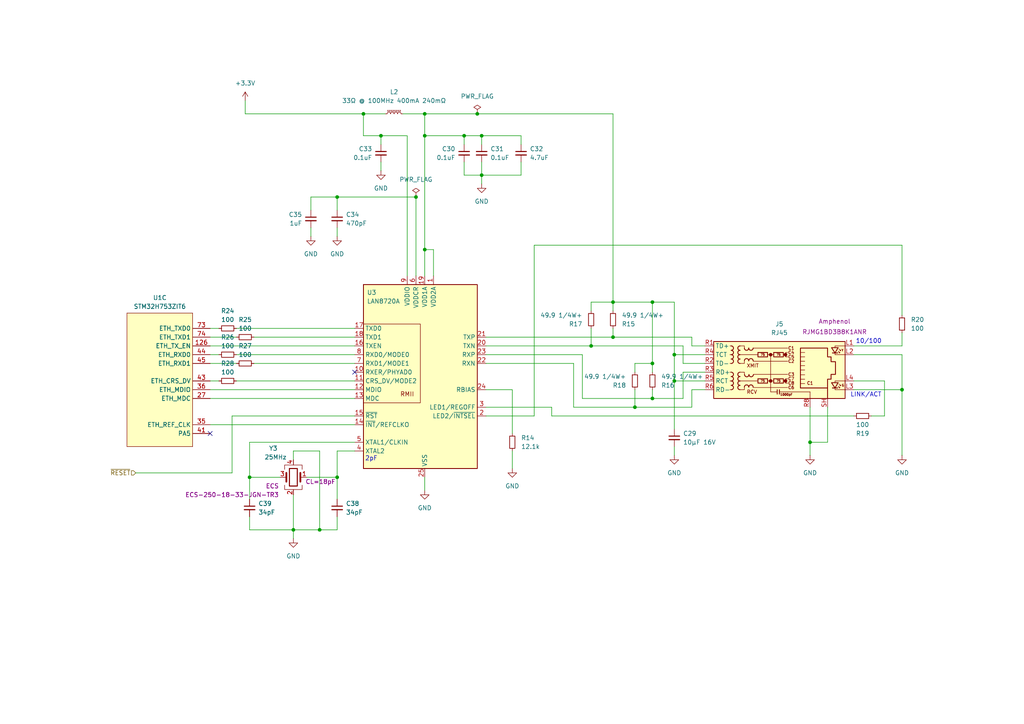
<source format=kicad_sch>
(kicad_sch (version 20231120) (generator "eeschema") (generator_version "8.0")
  (paper "A4")
  (lib_symbols
    (symbol "Connector:RJ45_Amphenol_RJMG1BD3B8K1ANR"
      (property "Reference" "J" (at 18.415 10.16 0))
      (property "Value" "RJ45_Amphenol_RJMG1BD3B8K1ANR" (at -19.05 10.16 0))
      (symbol "RJ45_Amphenol_RJMG1BD3B8K1ANR_0_0"
        (circle (center -1.27 -2.54) (radius 0.0001) (stroke (width 0.508)))
        (circle (center -1.27 5.08) (radius 0.0001) (stroke (width 0.508)))
        (polyline (pts (xy -1.27 5.08) (xy -1.27 -5.715)))
        (polyline (pts (xy 0.635 -5.08) (xy 0.635 -6.35)) (stroke (width 0.254)))
        (polyline (pts (xy 1.27 -5.08) (xy 1.27 -6.35)) (stroke (width 0.254)))
        (polyline (pts (xy 3.048 -2.54) (xy 2.54 -2.54)))
        (polyline (pts (xy 3.048 5.08) (xy 2.54 5.08)))
        (polyline (pts (xy 17.399 -3.048) (xy 17.399 -2.54) (xy 20.32 -2.54)))
        (polyline (pts (xy 17.399 7.112) (xy 17.399 7.62) (xy 20.32 7.62)))
        (polyline (pts (xy 20.32 -5.08) (xy 17.399 -5.08) (xy 17.399 -4.572)))
        (polyline (pts (xy 20.32 5.08) (xy 17.399 5.08) (xy 17.399 5.588)))
        (polyline (pts (xy 3.683 -1.905) (xy 3.048 -1.905) (xy 3.048 -3.175) (xy 3.683 -3.175)))
        (polyline (pts (xy 3.683 5.715) (xy 3.048 5.715) (xy 3.048 4.445) (xy 3.683 4.445)))
        (circle (center 3.048 -2.54) (radius 0.0001) (stroke (width 0.508)))
        (circle (center 3.048 5.08) (radius 0.0001) (stroke (width 0.508)))
        (text "C1" (at 4.699 6.985 0) (effects (font (size 0.889 0.889))))
        (text "C1" (at 10.16 -3.175 0) (effects (font (size 0.889 0.889))))
        (text "C2" (at 4.699 3.175 0) (effects (font (size 0.889 0.889))))
        (text "C3" (at 4.699 -0.635 0) (effects (font (size 0.889 0.889))))
        (text "C4" (at 4.699 5.715 0) (effects (font (size 0.889 0.889))))
        (text "C5" (at 4.699 4.445 0) (effects (font (size 0.889 0.889))))
        (text "C6" (at 4.699 -4.445 0) (effects (font (size 0.889 0.889))))
        (text "C7" (at 4.699 -1.905 0) (effects (font (size 0.889 0.889))))
        (text "C8" (at 4.699 -3.175 0) (effects (font (size 0.889 0.889))))
        (text "RCV" (at -8.255 -5.715 0) (effects (font (size 1.016 1.016)) (justify left)))
        (text "XMIT" (at -8.255 1.905 0) (effects (font (size 1.016 1.016)) (justify left)))
      )
      (symbol "RJ45_Amphenol_RJMG1BD3B8K1ANR_0_1"
        (rectangle (start -17.78 8.89) (end 20.32 -7.62) (stroke (width 0.254)) (fill (type background)))
        (polyline (pts (xy -12.7 -5.08) (xy -13.081 -5.08)))
        (polyline (pts (xy -12.7 -2.54) (xy -13.081 -2.54)))
        (polyline (pts (xy -12.7 0) (xy -13.081 0)))
        (polyline (pts (xy -12.7 2.54) (xy -13.081 2.54)))
        (polyline (pts (xy -12.7 5.08) (xy -13.081 5.08)))
        (polyline (pts (xy -12.7 7.62) (xy -13.081 7.62)))
        (polyline (pts (xy -6.35 -4.445) (xy 3.683 -4.445)))
        (polyline (pts (xy -6.35 3.175) (xy 3.683 3.175)))
        (polyline (pts (xy -6.35 6.985) (xy 3.683 6.985)))
        (polyline (pts (xy -6.223 -0.635) (xy 3.683 -0.635)))
        (polyline (pts (xy -5.08 -2.54) (xy -10.16 -2.54)))
        (polyline (pts (xy -4.953 5.08) (xy -10.16 5.08)))
        (polyline (pts (xy -2.159 -2.54) (xy -0.381 -2.54)))
        (polyline (pts (xy -2.159 5.08) (xy -0.381 5.08)))
        (polyline (pts (xy 0.635 -5.715) (xy -1.27 -5.715)))
        (polyline (pts (xy 7.366 -2.032) (xy 8.636 -2.032)))
        (polyline (pts (xy 7.366 -0.762) (xy 8.636 -0.762)))
        (polyline (pts (xy 7.366 0.635) (xy 8.636 0.635)))
        (polyline (pts (xy 7.366 1.905) (xy 8.636 1.905)))
        (polyline (pts (xy 7.366 3.175) (xy 8.636 3.175)))
        (polyline (pts (xy 8.636 -3.302) (xy 7.366 -3.302)))
        (polyline (pts (xy 8.636 4.445) (xy 7.366 4.445)))
        (polyline (pts (xy 8.636 5.715) (xy 7.366 5.715)))
        (polyline (pts (xy 10.16 -5.715) (xy 1.27 -5.715)))
        (polyline (pts (xy 10.16 -5.715) (xy 10.16 -7.62)))
        (polyline (pts (xy -10.16 0) (xy -8.89 0) (xy -8.89 -0.635)))
        (polyline (pts (xy -10.16 7.62) (xy -8.89 7.62) (xy -8.89 6.985)))
        (polyline (pts (xy -8.89 -4.445) (xy -8.89 -5.08) (xy -10.16 -5.08)))
        (polyline (pts (xy -8.89 3.175) (xy -8.89 2.54) (xy -10.16 2.54)))
      )
      (symbol "RJ45_Amphenol_RJMG1BD3B8K1ANR_1_0"
        (text "1000pF" (at 3.302 -6.477 0) (effects (font (size 0.635 0.635))))
      )
      (symbol "RJ45_Amphenol_RJMG1BD3B8K1ANR_1_1"
        (arc (start -12.7 -1.27) (mid -12.0677 -0.635) (end -12.7 0) (stroke (width 0.254)))
        (arc (start -12.6973 -5.08) (mid -12.065 -4.445) (end -12.6973 -3.81) (stroke (width 0.254)))
        (arc (start -12.6973 -3.81) (mid -12.065 -3.175) (end -12.6973 -2.54) (stroke (width 0.254)))
        (arc (start -12.6973 -2.54) (mid -12.065 -1.905) (end -12.6973 -1.27) (stroke (width 0.254)))
        (arc (start -12.6973 6.35) (mid -12.065 6.985) (end -12.6973 7.62) (stroke (width 0.254)))
        (arc (start -12.6946 2.54) (mid -12.0623 3.175) (end -12.6946 3.81) (stroke (width 0.254)))
        (arc (start -12.6946 3.81) (mid -12.0623 4.445) (end -12.6946 5.08) (stroke (width 0.254)))
        (arc (start -12.6946 5.08) (mid -12.0623 5.715) (end -12.6946 6.35) (stroke (width 0.254)))
        (arc (start -10.1654 -2.54) (mid -10.7977 -3.175) (end -10.1654 -3.81) (stroke (width 0.254)))
        (arc (start -10.1654 -1.27) (mid -10.7977 -1.905) (end -10.1654 -2.54) (stroke (width 0.254)))
        (arc (start -10.1654 0) (mid -10.7977 -0.635) (end -10.1654 -1.27) (stroke (width 0.254)))
        (arc (start -10.1654 5.08) (mid -10.7977 4.445) (end -10.1654 3.81) (stroke (width 0.254)))
        (arc (start -10.1654 6.35) (mid -10.7977 5.715) (end -10.1654 5.08) (stroke (width 0.254)))
        (arc (start -10.1654 7.62) (mid -10.7977 6.985) (end -10.1654 6.35) (stroke (width 0.254)))
        (arc (start -10.1627 -3.81) (mid -10.795 -4.445) (end -10.1627 -5.08) (stroke (width 0.254)))
        (arc (start -10.1627 3.81) (mid -10.795 3.175) (end -10.1627 2.54) (stroke (width 0.254)))
        (arc (start -8.89 6.9823) (mid -8.255 6.35) (end -7.62 6.9823) (stroke (width 0.254)))
        (arc (start -8.8265 -0.7012) (mid -8.1915 -1.3335) (end -7.5565 -0.7012) (stroke (width 0.254)))
        (arc (start -7.62 -4.3153) (mid -8.255 -3.683) (end -8.89 -4.3153) (stroke (width 0.254)))
        (arc (start -7.62 3.3047) (mid -8.255 3.937) (end -8.89 3.3047) (stroke (width 0.254)))
        (arc (start -7.62 6.985) (mid -6.985 6.3527) (end -6.35 6.985) (stroke (width 0.254)))
        (arc (start -7.5565 -0.6985) (mid -6.9215 -1.3308) (end -6.2865 -0.6985) (stroke (width 0.254)))
        (arc (start -6.35 -4.3126) (mid -6.985 -3.6803) (end -7.62 -4.3126) (stroke (width 0.254)))
        (arc (start -6.35 3.3074) (mid -6.985 3.9397) (end -7.62 3.3074) (stroke (width 0.254)))
        (rectangle (start -4.953 -1.905) (end -2.159 -3.175) (stroke (width 0.254)))
        (rectangle (start -4.953 5.715) (end -2.159 4.445) (stroke (width 0.254)))
        (rectangle (start -0.381 -1.905) (end 2.413 -3.175) (stroke (width 0.254)))
        (rectangle (start -0.381 5.715) (end 2.413 4.445) (stroke (width 0.254)))
        (polyline (pts (xy 15.24 -7.62) (xy 15.24 -4.572)) (stroke (width 0.254)))
        (polyline (pts (xy 18.161 -4.572) (xy 16.637 -4.572)) (stroke (width 0.254)))
        (polyline (pts (xy 18.161 5.588) (xy 16.637 5.588)) (stroke (width 0.254)))
        (polyline (pts (xy 18.796 -4.572) (xy 18.796 -4.318)))
        (polyline (pts (xy 18.796 5.588) (xy 18.796 5.842)))
        (polyline (pts (xy 19.05 -3.937) (xy 19.05 -3.683)))
        (polyline (pts (xy 19.05 6.223) (xy 19.05 6.477)))
        (polyline (pts (xy 18.288 -4.064) (xy 18.796 -4.572) (xy 18.542 -4.572)))
        (polyline (pts (xy 18.288 6.096) (xy 18.796 5.588) (xy 18.542 5.588)))
        (polyline (pts (xy 18.542 -3.429) (xy 19.05 -3.937) (xy 18.796 -3.937)))
        (polyline (pts (xy 18.542 6.731) (xy 19.05 6.223) (xy 18.796 6.223)))
        (polyline (pts (xy 18.288 -3.048) (xy 16.383 -3.048) (xy 17.399 -4.572) (xy 18.288 -3.048)) (stroke (width 0.254)))
        (polyline (pts (xy 18.288 7.112) (xy 16.383 7.112) (xy 17.399 5.588) (xy 18.288 7.112)) (stroke (width 0.254)))
        (polyline (pts (xy 7.366 -4.572) (xy 7.366 6.985) (xy 15.24 6.985) (xy 15.24 4.445) (xy 16.256 4.445) (xy 16.256 3.048) (xy 17.526 3.048) (xy 17.526 -0.635) (xy 16.256 -0.635) (xy 16.256 -2.032) (xy 15.24 -2.032) (xy 15.24 -4.572) (xy 7.366 -4.572)) (stroke (width 0.254)))
        (text "75" (at -3.556 -2.54 0) (effects (font (size 0.635 0.635))))
        (text "75" (at -3.556 5.08 0) (effects (font (size 0.635 0.635))))
        (text "75" (at 1.016 -2.54 0) (effects (font (size 0.635 0.635))))
        (text "75" (at 1.016 5.08 0) (effects (font (size 0.635 0.635))))
        (text "G" (at 19.685 -3.81 0) (effects (font (size 0.635 0.635))))
        (text "Y" (at 19.558 6.35 0) (effects (font (size 0.635 0.635))))
        (pin passive line (at 22.86 7.62 180) (length 2.54) (name "") (number "L1"))
        (pin passive line (at 22.86 5.08 180) (length 2.54) (name "") (number "L2"))
        (pin passive line (at 22.86 -5.08 180) (length 2.54) (name "") (number "L3"))
        (pin passive line (at 22.86 -2.54 180) (length 2.54) (name "") (number "L4"))
        (pin passive line (at -20.32 7.62 0) (length 2.54) (name "TD+") (number "R1"))
        (pin passive line (at -20.32 2.54 0) (length 2.54) (name "TD-") (number "R2"))
        (pin passive line (at -20.32 0 0) (length 2.54) (name "RD+") (number "R3"))
        (pin passive line (at -20.32 5.08 0) (length 2.54) (name "TCT") (number "R4"))
        (pin passive line (at -20.32 -2.54 0) (length 2.54) (name "RCT") (number "R5"))
        (pin passive line (at -20.32 -5.08 0) (length 2.54) (name "RD-") (number "R6"))
        (pin no_connect line (at 20.32 0 0) (length 0) hide (name "NC") (number "R7"))
        (pin power_in line (at 10.16 -10.16 90) (length 2.54) (name "") (number "R8"))
        (pin passive line (at 15.24 -10.16 90) (length 2.54) (name "") (number "SH"))
      )
    )
    (symbol "Device:C_Small" (pin_numbers hide) (pin_names (offset 0.254) hide)
      (property "Reference" "C" (at 0.254 1.778 0))
      (property "Value" "C_Small" (at 0.254 -2.032 0))
      (symbol "C_Small_0_1"
        (polyline (pts (xy -1.524 -0.508) (xy 1.524 -0.508)) (stroke (width 0.3302)))
        (polyline (pts (xy -1.524 0.508) (xy 1.524 0.508)) (stroke (width 0.3048)))
      )
      (symbol "C_Small_1_1"
        (pin passive line (at 0 2.54 270) (length 2.032) (name "~") (number "1"))
        (pin passive line (at 0 -2.54 90) (length 2.032) (name "~") (number "2"))
      )
    )
    (symbol "Device:Crystal_GND24" (pin_names (offset 1.016) hide)
      (property "Reference" "Y" (at 3.175 5.08 0))
      (property "Value" "Crystal_GND24" (at 3.175 3.175 0))
      (symbol "Crystal_GND24_0_1"
        (rectangle (start -1.143 2.54) (end 1.143 -2.54) (stroke (width 0.3048)))
        (polyline (pts (xy -2.54 0) (xy -2.032 0)))
        (polyline (pts (xy -2.032 -1.27) (xy -2.032 1.27)) (stroke (width 0.508)))
        (polyline (pts (xy 0 -3.81) (xy 0 -3.556)))
        (polyline (pts (xy 0 3.556) (xy 0 3.81)))
        (polyline (pts (xy 2.032 -1.27) (xy 2.032 1.27)) (stroke (width 0.508)))
        (polyline (pts (xy 2.032 0) (xy 2.54 0)))
        (polyline (pts (xy -2.54 -2.286) (xy -2.54 -3.556) (xy 2.54 -3.556) (xy 2.54 -2.286)))
        (polyline (pts (xy -2.54 2.286) (xy -2.54 3.556) (xy 2.54 3.556) (xy 2.54 2.286)))
      )
      (symbol "Crystal_GND24_1_1"
        (pin passive line (at -3.81 0 0) (length 1.27) (name "1") (number "1"))
        (pin passive line (at 0 5.08 270) (length 1.27) (name "2") (number "2"))
        (pin passive line (at 3.81 0 180) (length 1.27) (name "3") (number "3"))
        (pin passive line (at 0 -5.08 90) (length 1.27) (name "4") (number "4"))
      )
    )
    (symbol "Device:R_Small" (pin_numbers hide) (pin_names (offset 0.254) hide)
      (property "Reference" "R" (at 0.762 0.508 0))
      (property "Value" "R_Small" (at 0.762 -1.016 0))
      (symbol "R_Small_0_1"
        (rectangle (start -0.762 1.778) (end 0.762 -1.778) (stroke (width 0.2032)))
      )
      (symbol "R_Small_1_1"
        (pin passive line (at 0 2.54 270) (length 0.762) (name "~") (number "1"))
        (pin passive line (at 0 -2.54 90) (length 0.762) (name "~") (number "2"))
      )
    )
    (symbol "Interface_Ethernet:LAN8720A"
      (property "Reference" "U" (at -13.97 29.21 0))
      (property "Value" "LAN8720A" (at 15.24 29.21 0))
      (symbol "LAN8720A_0_0"
        (text "RMII" (at -5.08 -3.81 0) (effects (font (size 1.27 1.27))))
      )
      (symbol "LAN8720A_0_1"
        (rectangle (start -17.78 27.94) (end 15.24 -25.4) (stroke (width 0.254)) (fill (type background)))
        (polyline (pts (xy -17.78 -6.35) (xy -1.27 -6.35) (xy -1.27 16.51) (xy -17.78 16.51)))
      )
      (symbol "LAN8720A_1_1"
        (pin power_in line (at 2.54 30.48 270) (length 2.54) (name "VDD2A") (number "1"))
        (pin output line (at -20.32 2.54 0) (length 2.54) (name "RXER/PHYAD0") (number "10"))
        (pin bidirectional line (at -20.32 0 0) (length 2.54) (name "CRS_DV/MODE2") (number "11"))
        (pin bidirectional line (at -20.32 -2.54 0) (length 2.54) (name "MDIO") (number "12"))
        (pin input line (at -20.32 -5.08 0) (length 2.54) (name "MDC") (number "13"))
        (pin output line (at -20.32 -12.7 0) (length 2.54) (name "~{INT}/REFCLKO") (number "14"))
        (pin input line (at -20.32 -10.16 0) (length 2.54) (name "~{RST}") (number "15"))
        (pin input line (at -20.32 10.16 0) (length 2.54) (name "TXEN") (number "16"))
        (pin input line (at -20.32 15.24 0) (length 2.54) (name "TXD0") (number "17"))
        (pin input line (at -20.32 12.7 0) (length 2.54) (name "TXD1") (number "18"))
        (pin power_in line (at 0 30.48 270) (length 2.54) (name "VDD1A") (number "19"))
        (pin bidirectional line (at 17.78 -10.16 180) (length 2.54) (name "LED2/~{INTSEL}") (number "2"))
        (pin bidirectional line (at 17.78 10.16 180) (length 2.54) (name "TXN") (number "20"))
        (pin bidirectional line (at 17.78 12.7 180) (length 2.54) (name "TXP") (number "21"))
        (pin bidirectional line (at 17.78 5.08 180) (length 2.54) (name "RXN") (number "22"))
        (pin bidirectional line (at 17.78 7.62 180) (length 2.54) (name "RXP") (number "23"))
        (pin passive line (at 17.78 -2.54 180) (length 2.54) (name "RBIAS") (number "24"))
        (pin power_in line (at 0 -27.94 90) (length 2.54) (name "VSS") (number "25"))
        (pin bidirectional line (at 17.78 -7.62 180) (length 2.54) (name "LED1/REGOFF") (number "3"))
        (pin output line (at -20.32 -20.32 0) (length 2.54) (name "XTAL2") (number "4"))
        (pin input line (at -20.32 -17.78 0) (length 2.54) (name "XTAL1/CLKIN") (number "5"))
        (pin power_in line (at -2.54 30.48 270) (length 2.54) (name "VDDCR") (number "6"))
        (pin bidirectional line (at -20.32 5.08 0) (length 2.54) (name "RXD1/MODE1") (number "7"))
        (pin bidirectional line (at -20.32 7.62 0) (length 2.54) (name "RXD0/MODE0") (number "8"))
        (pin power_in line (at -5.08 30.48 270) (length 2.54) (name "VDDIO") (number "9"))
      )
    )
    (symbol "Part-DB:MMZ1005D330CTD25" (pin_numbers hide) (pin_names (offset 0.254) hide) (exclude_from_sim yes)
      (property "Reference" "L" (at 1.27 1.016 0))
      (property "Value" "33Ω @ 100MHz 400mA 240mΩ" (at 1.27 -1.27 0))
      (symbol "MMZ1005D330CTD25_0_1"
        (arc (start 0 -2.032) (mid 0.5058 -1.524) (end 0 -1.016))
        (arc (start 0 -1.016) (mid 0.5058 -0.508) (end 0 0))
        (polyline (pts (xy 0.762 -1.905) (xy 0.762 -1.651)))
        (polyline (pts (xy 0.762 -1.397) (xy 0.762 -1.143)))
        (polyline (pts (xy 0.762 -0.889) (xy 0.762 -0.635)))
        (polyline (pts (xy 0.762 -0.381) (xy 0.762 -0.127)))
        (polyline (pts (xy 0.762 0.127) (xy 0.762 0.381)))
        (polyline (pts (xy 0.762 0.635) (xy 0.762 0.889)))
        (polyline (pts (xy 0.762 1.143) (xy 0.762 1.397)))
        (polyline (pts (xy 0.762 1.651) (xy 0.762 1.905)))
        (polyline (pts (xy 1.016 -1.651) (xy 1.016 -1.905)))
        (polyline (pts (xy 1.016 -1.143) (xy 1.016 -1.397)))
        (polyline (pts (xy 1.016 -0.635) (xy 1.016 -0.889)))
        (polyline (pts (xy 1.016 -0.127) (xy 1.016 -0.381)))
        (polyline (pts (xy 1.016 0.381) (xy 1.016 0.127)))
        (polyline (pts (xy 1.016 0.889) (xy 1.016 0.635)))
        (polyline (pts (xy 1.016 1.397) (xy 1.016 1.143)))
        (polyline (pts (xy 1.016 1.905) (xy 1.016 1.651)))
        (arc (start 0 0) (mid 0.5058 0.508) (end 0 1.016))
        (arc (start 0 1.016) (mid 0.5058 1.524) (end 0 2.032))
      )
      (symbol "MMZ1005D330CTD25_1_1"
        (pin passive line (at 0 2.54 270) (length 0.508) (name "~") (number "1"))
        (pin passive line (at 0 -2.54 90) (length 0.508) (name "~") (number "2"))
      )
    )
    (symbol "power:+3.3V" (power) (pin_numbers hide) (pin_names (offset 0) hide)
      (property "Value" "+3.3V" (at 0 3.556 0))
      (symbol "+3.3V_0_1"
        (polyline (pts (xy -0.762 1.27) (xy 0 2.54)))
        (polyline (pts (xy 0 0) (xy 0 2.54)))
        (polyline (pts (xy 0 2.54) (xy 0.762 1.27)))
      )
      (symbol "+3.3V_1_1"
        (pin power_in line (at 0 0 90) (length 0) (name "~") (number "1"))
      )
    )
    (symbol "power:GND" (power) (pin_numbers hide) (pin_names (offset 0) hide)
      (property "Value" "GND" (at 0 -3.81 0))
      (symbol "GND_0_1"
        (polyline (pts (xy 0 0) (xy 0 -1.27) (xy 1.27 -1.27) (xy 0 -2.54) (xy -1.27 -1.27) (xy 0 -1.27)))
      )
      (symbol "GND_1_1"
        (pin power_in line (at 0 0 270) (length 0) (name "~") (number "1"))
      )
    )
    (symbol "power:PWR_FLAG" (power) (pin_numbers hide) (pin_names (offset 0) hide)
      (property "Value" "PWR_FLAG" (at 0 3.81 0))
      (symbol "PWR_FLAG_0_0"
        (pin power_out line (at 0 0 90) (length 0) (name "~") (number "1"))
      )
      (symbol "PWR_FLAG_0_1"
        (polyline (pts (xy 0 0) (xy 0 1.27) (xy -1.016 1.905) (xy 0 2.54) (xy 1.016 1.905) (xy 0 1.27)))
      )
    )
    (symbol "stm32h753:STM32H753ZITx" (exclude_from_sim yes)
      (property "Reference" "U1" (at -7.366 22.86 0))
      (property "Value" "STM32H753ZIT6" (at -7.366 20.32 0))
      (symbol "STM32H753ZITx_1_1"
        (rectangle (start -20.32 46.99) (end 21.59 -15.24) (fill (type background)))
        (pin power_out line (at 26.67 29.21 180) (length 5.08) (name "VCAP") (number "106"))
        (pin power_in line (at -3.81 -20.32 90) (length 5.08) (name "VSS") (number "107"))
        (pin power_in line (at 3.81 52.07 270) (length 5.08) (name "VDD") (number "108"))
        (pin power_in line (at -6.35 -20.32 90) (length 5.08) (name "VSS") (number "120"))
        (pin power_in line (at 6.35 52.07 270) (length 5.08) (name "VDD") (number "121"))
        (pin power_in line (at 8.89 -20.32 90) (length 5.08) (name "VSS") (number "130"))
        (pin power_in line (at 8.89 52.07 270) (length 5.08) (name "VDD") (number "131"))
        (pin input line (at -11.43 -20.32 90) (length 5.08) (name "BOOT0") (number "138"))
        (pin input line (at -25.4 -2.54 0) (length 5.08) (name "PDR_ON") (number "143"))
        (pin power_in line (at 11.43 52.07 270) (length 5.08) (name "VDD") (number "144"))
        (pin power_in line (at 3.81 -20.32 90) (length 5.08) (name "VSS") (number "16"))
        (pin power_in line (at -13.97 52.07 270) (length 5.08) (name "VDD") (number "17"))
        (pin bidirectional line (at -25.4 33.02 0) (length 5.08) (name "PH0") (number "23"))
        (pin bidirectional line (at -25.4 30.48 0) (length 5.08) (name "PH1") (number "24"))
        (pin input line (at -25.4 -10.16 0) (length 5.08) (name "NRST") (number "25"))
        (pin power_in line (at -11.43 52.07 270) (length 5.08) (name "VDD") (number "30"))
        (pin power_in line (at 6.35 -20.32 90) (length 5.08) (name "VSSA") (number "31"))
        (pin input line (at 26.67 39.37 180) (length 5.08) (name "VREF+") (number "32"))
        (pin power_in line (at 16.51 52.07 270) (length 5.08) (name "VDDA") (number "33"))
        (pin power_in line (at 11.43 -20.32 90) (length 5.08) (name "VSS") (number "38"))
        (pin power_in line (at -8.89 52.07 270) (length 5.08) (name "VDD") (number "39"))
        (pin power_in line (at 13.97 -20.32 90) (length 5.08) (name "VSS") (number "51"))
        (pin power_in line (at -6.35 52.07 270) (length 5.08) (name "VDD") (number "52"))
        (pin power_in line (at -16.51 52.07 270) (length 5.08) (name "VBAT") (number "6"))
        (pin power_in line (at 16.51 -20.32 90) (length 5.08) (name "VSS") (number "61"))
        (pin power_in line (at -3.81 52.07 270) (length 5.08) (name "VDD") (number "62"))
        (pin power_out line (at 26.67 26.67 180) (length 5.08) (name "VCAP") (number "71"))
        (pin power_in line (at -1.27 52.07 270) (length 5.08) (name "VDD") (number "72"))
        (pin input line (at 26.67 10.16 180) (length 5.08) (name "RCC_OSC32_IN") (number "8"))
        (pin power_in line (at 1.27 -20.32 90) (length 5.08) (name "VSS") (number "83"))
        (pin power_in line (at 1.27 52.07 270) (length 5.08) (name "VDD") (number "84"))
        (pin output line (at 26.67 12.7 180) (length 5.08) (name "RCC_OSC32_OUT") (number "9"))
        (pin power_in line (at -1.27 -20.32 90) (length 5.08) (name "VSS") (number "94"))
        (pin power_out line (at 13.97 52.07 270) (length 5.08) (name "VDD33_USB") (number "95"))
      )
      (symbol "STM32H753ZITx_2_1"
        (rectangle (start -13.97 76.2) (end 21.59 -56.515) (fill (type background)))
        (pin output line (at 26.67 3.81 180) (length 5.08) (name "FMC_A0") (number "10"))
        (pin output line (at 26.67 6.35 180) (length 5.08) (name "FMC_A1") (number "11"))
        (pin bidirectional line (at 26.67 -41.91 180) (length 5.08) (name "FMC_D2") (number "114"))
        (pin bidirectional line (at 26.67 -39.37 180) (length 5.08) (name "FMC_D3") (number "115"))
        (pin output line (at 26.67 62.23 180) (length 5.08) (name "FMC_NOE") (number "118"))
        (pin output line (at 26.67 64.77 180) (length 5.08) (name "FMC_NWE") (number "119"))
        (pin output line (at 26.67 8.89 180) (length 5.08) (name "FMC_A2") (number "12"))
        (pin output line (at 26.67 11.43 180) (length 5.08) (name "FMC_A3") (number "13"))
        (pin output line (at 26.67 13.97 180) (length 5.08) (name "FMC_A4") (number "14"))
        (pin output line (at 26.67 -1.27 180) (length 5.08) (name "FMC_NBL0") (number "141"))
        (pin output line (at 26.67 -3.81 180) (length 5.08) (name "FMC_NBL1") (number "142"))
        (pin output line (at 26.67 16.51 180) (length 5.08) (name "FMC_A5") (number "15"))
        (pin output line (at 26.67 52.07 180) (length 5.08) (name "FMC_A19") (number "2"))
        (pin output line (at 26.67 54.61 180) (length 5.08) (name "FMC_A20") (number "3"))
        (pin output line (at 26.67 57.15 180) (length 5.08) (name "FMC_A21") (number "4"))
        (pin output line (at 26.67 19.05 180) (length 5.08) (name "FMC_A6") (number "50"))
        (pin output line (at 26.67 21.59 180) (length 5.08) (name "FMC_A7") (number "53"))
        (pin output line (at 26.67 24.13 180) (length 5.08) (name "FMC_A8") (number "54"))
        (pin output line (at 26.67 26.67 180) (length 5.08) (name "FMC_A9") (number "55"))
        (pin output line (at 26.67 29.21 180) (length 5.08) (name "FMC_A10") (number "56"))
        (pin output line (at 26.67 31.75 180) (length 5.08) (name "FMC_A11") (number "57"))
        (pin bidirectional line (at 26.67 -36.83 180) (length 5.08) (name "FMC_D4") (number "58"))
        (pin bidirectional line (at 26.67 -34.29 180) (length 5.08) (name "FMC_D5") (number "59"))
        (pin bidirectional line (at 26.67 -31.75 180) (length 5.08) (name "FMC_D6") (number "60"))
        (pin bidirectional line (at 26.67 -29.21 180) (length 5.08) (name "FMC_D7") (number "63"))
        (pin bidirectional line (at 26.67 -26.67 180) (length 5.08) (name "FMC_D8") (number "64"))
        (pin bidirectional line (at 26.67 -24.13 180) (length 5.08) (name "FMC_D9") (number "65"))
        (pin bidirectional line (at 26.67 -21.59 180) (length 5.08) (name "FMC_D10") (number "66"))
        (pin bidirectional line (at 26.67 -19.05 180) (length 5.08) (name "FMC_D11") (number "67"))
        (pin bidirectional line (at 26.67 -16.51 180) (length 5.08) (name "FMC_D12") (number "68"))
        (pin bidirectional line (at 26.67 -13.97 180) (length 5.08) (name "FMC_D13") (number "77"))
        (pin bidirectional line (at 26.67 -11.43 180) (length 5.08) (name "FMC_D14") (number "78"))
        (pin bidirectional line (at 26.67 -8.89 180) (length 5.08) (name "FMC_D15") (number "79"))
        (pin output line (at 26.67 44.45 180) (length 5.08) (name "FMC_A16") (number "80"))
        (pin output line (at 26.67 46.99 180) (length 5.08) (name "FMC_A17") (number "81"))
        (pin output line (at 26.67 49.53 180) (length 5.08) (name "FMC_A18") (number "82"))
        (pin bidirectional line (at 26.67 -46.99 180) (length 5.08) (name "FMC_D0") (number "85"))
        (pin bidirectional line (at 26.67 -44.45 180) (length 5.08) (name "FMC_D1") (number "86"))
        (pin output line (at 26.67 34.29 180) (length 5.08) (name "FMC_A12") (number "87"))
        (pin output line (at 26.67 36.83 180) (length 5.08) (name "FMC_A13") (number "88"))
        (pin output line (at 26.67 39.37 180) (length 5.08) (name "FMC_A14") (number "89"))
        (pin output line (at 26.67 41.91 180) (length 5.08) (name "FMC_A15") (number "90"))
        (pin output line (at 26.67 67.31 180) (length 5.08) (name "FMC_NE1") (number "97"))
      )
      (symbol "STM32H753ZITx_3_1"
        (rectangle (start -10.16 17.145) (end 8.89 -21.59) (fill (type background)))
        (pin bidirectional line (at 13.97 7.62 180) (length 5.08) (name "ETH_TX_EN") (number "126"))
        (pin bidirectional line (at 13.97 -7.62 180) (length 5.08) (name "ETH_MDC") (number "27"))
        (pin input line (at 13.97 -15.24 180) (length 5.08) (name "ETH_REF_CLK") (number "35"))
        (pin bidirectional line (at 13.97 -5.08 180) (length 5.08) (name "ETH_MDIO") (number "36"))
        (pin input line (at 13.97 -17.78 180) (length 5.08) (name "PA5") (number "41"))
        (pin input line (at 13.97 -2.54 180) (length 5.08) (name "ETH_CRS_DV") (number "43"))
        (pin input line (at 13.97 5.08 180) (length 5.08) (name "ETH_RXD0") (number "44"))
        (pin input line (at 13.97 2.54 180) (length 5.08) (name "ETH_RXD1") (number "45"))
        (pin output line (at 13.97 12.7 180) (length 5.08) (name "ETH_TXD0") (number "73"))
        (pin output line (at 13.97 10.16 180) (length 5.08) (name "ETH_TXD1") (number "74"))
      )
      (symbol "STM32H753ZITx_4_1"
        (rectangle (start -12.065 31.115) (end 11.43 -5.715) (fill (type background)))
        (pin input line (at 16.51 7.62 180) (length 5.08) (name "USB_OTG_FS_VBUS") (number "101"))
        (pin bidirectional line (at 16.51 12.7 180) (length 5.08) (name "USB_OTG_FS_DM") (number "103"))
        (pin bidirectional line (at 16.51 10.16 180) (length 5.08) (name "USB_OTG_FS_DP") (number "104"))
      )
      (symbol "STM32H753ZITx_5_1"
        (rectangle (start -11.43 30.48) (end 11.43 0.635) (fill (type background)))
        (pin bidirectional line (at 16.51 15.24 180) (length 5.08) (name "DEBUG_JTMS-SWDIO") (number "105"))
        (pin bidirectional line (at 16.51 12.7 180) (length 5.08) (name "DEBUG_JTCK-SWCLK") (number "109"))
      )
      (symbol "STM32H753ZITx_6_1"
        (rectangle (start -4.445 15.24) (end 15.24 -24.765) (fill (type background)))
        (pin input line (at 20.32 -13.97 180) (length 5.08) (name "PA15") (number "110"))
        (pin bidirectional line (at 20.32 8.89 180) (length 5.08) (name "SDMMC1_D2") (number "111"))
        (pin bidirectional line (at 20.32 6.35 180) (length 5.08) (name "SDMMC1_D3") (number "112"))
        (pin bidirectional line (at 20.32 -1.27 180) (length 5.08) (name "SDMMC1_CK") (number "113"))
        (pin output line (at 20.32 3.81 180) (length 5.08) (name "SDMMC1_CMD") (number "116"))
        (pin output line (at 20.32 -19.05 180) (length 5.08) (name "PD3") (number "117"))
        (pin bidirectional line (at 20.32 -6.35 180) (length 5.08) (name "SDMMC1_D0") (number "98"))
        (pin bidirectional line (at 20.32 -8.89 180) (length 5.08) (name "SDMMC1_D1") (number "99"))
      )
      (symbol "STM32H753ZITx_7_1"
        (rectangle (start -10.795 20.32) (end 11.43 -17.145) (fill (type background)))
        (pin input line (at 16.51 -8.89 180) (length 5.08) (name "UART5_RX") (number "135"))
        (pin output line (at 16.51 -11.43 180) (length 5.08) (name "UART5_TX") (number "136"))
        (pin input line (at 16.51 13.97 180) (length 5.08) (name "UART7_RX") (number "18"))
        (pin output line (at 16.51 11.43 180) (length 5.08) (name "UART7_TX") (number "19"))
        (pin output line (at 16.51 6.35 180) (length 5.08) (name "UART7_RTS") (number "20"))
        (pin input line (at 16.51 8.89 180) (length 5.08) (name "UART7_CTS") (number "21"))
      )
      (symbol "STM32H753ZITx_8_1"
        (rectangle (start -15.24 76.2) (end 12.7 -57.15) (fill (type background)))
        (pin no_connect line (at -20.32 7.62 0) (length 5.08) (name "PE2") (number "1"))
        (pin no_connect line (at 17.78 49.53 180) (length 5.08) (name "PA8") (number "100"))
        (pin no_connect line (at 17.78 44.45 180) (length 5.08) (name "PA10") (number "102"))
        (pin no_connect line (at 17.78 -45.72 180) (length 5.08) (name "PD6") (number "122"))
        (pin no_connect line (at 17.78 -48.26 180) (length 5.08) (name "PD7") (number "123"))
        (pin no_connect line (at -20.32 30.48 0) (length 5.08) (name "PG9") (number "124"))
        (pin no_connect line (at -20.32 27.94 0) (length 5.08) (name "PG10") (number "125"))
        (pin no_connect line (at -20.32 22.86 0) (length 5.08) (name "PG12") (number "127"))
        (pin no_connect line (at -20.32 20.32 0) (length 5.08) (name "PG13") (number "128"))
        (pin no_connect line (at -20.32 17.78 0) (length 5.08) (name "PG14") (number "129"))
        (pin no_connect line (at -20.32 15.24 0) (length 5.08) (name "PG15") (number "132"))
        (pin no_connect line (at 17.78 25.4 180) (length 5.08) (name "PB3") (number "133"))
        (pin no_connect line (at 17.78 22.86 180) (length 5.08) (name "PB4") (number "134"))
        (pin no_connect line (at 17.78 15.24 180) (length 5.08) (name "PB7") (number "137"))
        (pin no_connect line (at 17.78 12.7 180) (length 5.08) (name "PB8") (number "139"))
        (pin no_connect line (at 17.78 10.16 180) (length 5.08) (name "PB9") (number "140"))
        (pin no_connect line (at -20.32 -15.24 0) (length 5.08) (name "PF10") (number "22"))
        (pin no_connect line (at 17.78 -10.16 180) (length 5.08) (name "PC0") (number "26"))
        (pin no_connect line (at 17.78 -15.24 180) (length 5.08) (name "PC2_C") (number "28"))
        (pin no_connect line (at 17.78 -17.78 180) (length 5.08) (name "PC3_C") (number "29"))
        (pin no_connect line (at 17.78 69.85 180) (length 5.08) (name "PA0") (number "34"))
        (pin no_connect line (at 17.78 62.23 180) (length 5.08) (name "PA3") (number "37"))
        (pin no_connect line (at 17.78 59.69 180) (length 5.08) (name "PA4") (number "40"))
        (pin no_connect line (at 17.78 54.61 180) (length 5.08) (name "PA6") (number "42"))
        (pin no_connect line (at 17.78 33.02 180) (length 5.08) (name "PB0") (number "46"))
        (pin no_connect line (at 17.78 30.48 180) (length 5.08) (name "PB1") (number "47"))
        (pin no_connect line (at 17.78 27.94 180) (length 5.08) (name "PB2") (number "48"))
        (pin no_connect line (at -20.32 -17.78 0) (length 5.08) (name "PF11") (number "49"))
        (pin no_connect line (at -20.32 -2.54 0) (length 5.08) (name "PE6") (number "5"))
        (pin no_connect line (at 17.78 7.62 180) (length 5.08) (name "PB10") (number "69"))
        (pin no_connect line (at 17.78 -33.02 180) (length 5.08) (name "PC13") (number "7"))
        (pin no_connect line (at 17.78 5.08 180) (length 5.08) (name "PB11") (number "70"))
        (pin no_connect line (at 17.78 -2.54 180) (length 5.08) (name "PB14") (number "75"))
        (pin no_connect line (at 17.78 -5.08 180) (length 5.08) (name "PB15") (number "76"))
        (pin no_connect line (at -20.32 38.1 0) (length 5.08) (name "PG6") (number "91"))
        (pin no_connect line (at -20.32 35.56 0) (length 5.08) (name "PG7") (number "92"))
        (pin no_connect line (at -20.32 33.02 0) (length 5.08) (name "PG8") (number "93"))
        (pin no_connect line (at 17.78 -25.4 180) (length 5.08) (name "PC6") (number "96"))
      )
    )
  )
  (junction (at 72.39 138.43))
  (junction (at 195.58 110.49))
  (junction (at 105.41 33.02))
  (junction (at 171.45 100.33))
  (junction (at 134.62 39.37))
  (junction (at 139.7 50.8))
  (junction (at 189.23 87.63))
  (junction (at 261.62 113.03))
  (junction (at 139.7 39.37))
  (junction (at 120.65 57.15))
  (junction (at 189.23 105.41))
  (junction (at 97.79 138.43))
  (junction (at 138.43 33.02))
  (junction (at 177.8 87.63))
  (junction (at 123.19 33.02))
  (junction (at 110.49 39.37))
  (junction (at 123.19 39.37))
  (junction (at 123.19 72.39))
  (junction (at 189.23 115.57))
  (junction (at 85.09 153.67))
  (junction (at 92.71 153.67))
  (junction (at 195.58 102.87))
  (junction (at 177.8 97.79))
  (junction (at 97.79 57.15))
  (junction (at 184.15 118.11))
  (junction (at 234.95 128.27))
  (no_connect (at 60.96 125.73))
  (no_connect (at 102.87 107.95))
  (wire (pts (xy 140.97 102.87) (xy 168.91 102.87)))
  (wire (pts (xy 261.62 71.12) (xy 154.94 71.12)))
  (wire (pts (xy 140.97 97.79) (xy 177.8 97.79)))
  (wire (pts (xy 195.58 110.49) (xy 195.58 124.46)))
  (wire (pts (xy 148.59 125.73) (xy 148.59 113.03)))
  (wire (pts (xy 240.03 128.27) (xy 234.95 128.27)))
  (wire (pts (xy 177.8 90.17) (xy 177.8 87.63)))
  (wire (pts (xy 72.39 153.67) (xy 85.09 153.67)))
  (wire (pts (xy 189.23 105.41) (xy 184.15 105.41)))
  (wire (pts (xy 138.43 33.02) (xy 123.19 33.02)))
  (wire (pts (xy 134.62 50.8) (xy 134.62 46.99)))
  (wire (pts (xy 105.41 33.02) (xy 105.41 39.37)))
  (wire (pts (xy 198.12 105.41) (xy 204.47 105.41)))
  (wire (pts (xy 154.94 120.65) (xy 140.97 120.65)))
  (wire (pts (xy 97.79 66.04) (xy 97.79 68.58)))
  (wire (pts (xy 234.95 128.27) (xy 234.95 132.08)))
  (wire (pts (xy 139.7 50.8) (xy 134.62 50.8)))
  (wire (pts (xy 134.62 39.37) (xy 134.62 41.91)))
  (wire (pts (xy 177.8 95.25) (xy 177.8 97.79)))
  (wire (pts (xy 88.9 138.43) (xy 97.79 138.43)))
  (wire (pts (xy 140.97 105.41) (xy 166.37 105.41)))
  (wire (pts (xy 198.12 115.57) (xy 198.12 107.95)))
  (wire (pts (xy 123.19 39.37) (xy 123.19 72.39)))
  (wire (pts (xy 123.19 33.02) (xy 123.19 39.37)))
  (wire (pts (xy 240.03 118.11) (xy 240.03 128.27)))
  (wire (pts (xy 234.95 118.11) (xy 234.95 128.27)))
  (wire (pts (xy 189.23 113.03) (xy 189.23 115.57)))
  (wire (pts (xy 195.58 110.49) (xy 204.47 110.49)))
  (wire (pts (xy 85.09 156.21) (xy 85.09 153.67)))
  (wire (pts (xy 195.58 129.54) (xy 195.58 132.08)))
  (wire (pts (xy 198.12 107.95) (xy 204.47 107.95)))
  (wire (pts (xy 166.37 105.41) (xy 166.37 118.11)))
  (wire (pts (xy 102.87 128.27) (xy 72.39 128.27)))
  (wire (pts (xy 151.13 39.37) (xy 139.7 39.37)))
  (wire (pts (xy 72.39 138.43) (xy 81.28 138.43)))
  (wire (pts (xy 110.49 39.37) (xy 110.49 41.91)))
  (wire (pts (xy 261.62 91.44) (xy 261.62 71.12)))
  (wire (pts (xy 261.62 113.03) (xy 261.62 132.08)))
  (wire (pts (xy 168.91 102.87) (xy 168.91 115.57)))
  (wire (pts (xy 200.66 97.79) (xy 200.66 100.33)))
  (wire (pts (xy 200.66 118.11) (xy 200.66 113.03)))
  (wire (pts (xy 166.37 118.11) (xy 184.15 118.11)))
  (wire (pts (xy 105.41 33.02) (xy 111.76 33.02)))
  (wire (pts (xy 60.96 105.41) (xy 68.58 105.41)))
  (wire (pts (xy 123.19 39.37) (xy 134.62 39.37)))
  (wire (pts (xy 261.62 100.33) (xy 247.65 100.33)))
  (wire (pts (xy 67.31 137.16) (xy 67.31 120.65)))
  (wire (pts (xy 97.79 138.43) (xy 97.79 130.81)))
  (wire (pts (xy 184.15 118.11) (xy 200.66 118.11)))
  (wire (pts (xy 71.12 33.02) (xy 71.12 29.21)))
  (wire (pts (xy 189.23 107.95) (xy 189.23 105.41)))
  (wire (pts (xy 71.12 33.02) (xy 105.41 33.02)))
  (wire (pts (xy 139.7 39.37) (xy 139.7 41.91)))
  (wire (pts (xy 68.58 95.25) (xy 102.87 95.25)))
  (wire (pts (xy 252.73 120.65) (xy 256.54 120.65)))
  (wire (pts (xy 60.96 113.03) (xy 102.87 113.03)))
  (wire (pts (xy 184.15 105.41) (xy 184.15 107.95)))
  (wire (pts (xy 105.41 39.37) (xy 110.49 39.37)))
  (wire (pts (xy 72.39 149.86) (xy 72.39 153.67)))
  (wire (pts (xy 60.96 110.49) (xy 63.5 110.49)))
  (wire (pts (xy 256.54 110.49) (xy 247.65 110.49)))
  (wire (pts (xy 177.8 87.63) (xy 171.45 87.63)))
  (wire (pts (xy 151.13 41.91) (xy 151.13 39.37)))
  (wire (pts (xy 110.49 46.99) (xy 110.49 49.53)))
  (wire (pts (xy 139.7 46.99) (xy 139.7 50.8)))
  (wire (pts (xy 60.96 97.79) (xy 68.58 97.79)))
  (wire (pts (xy 189.23 87.63) (xy 195.58 87.63)))
  (wire (pts (xy 200.66 113.03) (xy 204.47 113.03)))
  (wire (pts (xy 85.09 143.51) (xy 85.09 153.67)))
  (wire (pts (xy 85.09 130.81) (xy 92.71 130.81)))
  (wire (pts (xy 90.17 60.96) (xy 90.17 57.15)))
  (wire (pts (xy 195.58 102.87) (xy 195.58 110.49)))
  (wire (pts (xy 200.66 100.33) (xy 204.47 100.33)))
  (wire (pts (xy 60.96 123.19) (xy 102.87 123.19)))
  (wire (pts (xy 92.71 153.67) (xy 97.79 153.67)))
  (wire (pts (xy 73.66 105.41) (xy 102.87 105.41)))
  (wire (pts (xy 148.59 130.81) (xy 148.59 135.89)))
  (wire (pts (xy 97.79 130.81) (xy 102.87 130.81)))
  (wire (pts (xy 67.31 120.65) (xy 102.87 120.65)))
  (wire (pts (xy 60.96 95.25) (xy 63.5 95.25)))
  (wire (pts (xy 168.91 115.57) (xy 189.23 115.57)))
  (wire (pts (xy 118.11 39.37) (xy 118.11 80.01)))
  (wire (pts (xy 72.39 128.27) (xy 72.39 138.43)))
  (wire (pts (xy 123.19 72.39) (xy 125.73 72.39)))
  (wire (pts (xy 195.58 87.63) (xy 195.58 102.87)))
  (wire (pts (xy 177.8 97.79) (xy 200.66 97.79)))
  (wire (pts (xy 39.37 137.16) (xy 67.31 137.16)))
  (wire (pts (xy 97.79 60.96) (xy 97.79 57.15)))
  (wire (pts (xy 72.39 138.43) (xy 72.39 144.78)))
  (wire (pts (xy 140.97 100.33) (xy 171.45 100.33)))
  (wire (pts (xy 116.84 33.02) (xy 123.19 33.02)))
  (wire (pts (xy 261.62 102.87) (xy 261.62 113.03)))
  (wire (pts (xy 125.73 72.39) (xy 125.73 80.01)))
  (wire (pts (xy 90.17 66.04) (xy 90.17 68.58)))
  (wire (pts (xy 123.19 138.43) (xy 123.19 142.24)))
  (wire (pts (xy 171.45 95.25) (xy 171.45 100.33)))
  (wire (pts (xy 90.17 57.15) (xy 97.79 57.15)))
  (wire (pts (xy 189.23 115.57) (xy 198.12 115.57)))
  (wire (pts (xy 195.58 102.87) (xy 204.47 102.87)))
  (wire (pts (xy 261.62 96.52) (xy 261.62 100.33)))
  (wire (pts (xy 97.79 149.86) (xy 97.79 153.67)))
  (wire (pts (xy 140.97 118.11) (xy 160.02 118.11)))
  (wire (pts (xy 177.8 33.02) (xy 138.43 33.02)))
  (wire (pts (xy 134.62 39.37) (xy 139.7 39.37)))
  (wire (pts (xy 110.49 39.37) (xy 118.11 39.37)))
  (wire (pts (xy 171.45 87.63) (xy 171.45 90.17)))
  (wire (pts (xy 60.96 100.33) (xy 102.87 100.33)))
  (wire (pts (xy 256.54 110.49) (xy 256.54 120.65)))
  (wire (pts (xy 92.71 130.81) (xy 92.71 153.67)))
  (wire (pts (xy 154.94 71.12) (xy 154.94 120.65)))
  (wire (pts (xy 60.96 102.87) (xy 63.5 102.87)))
  (wire (pts (xy 160.02 120.65) (xy 247.65 120.65)))
  (wire (pts (xy 68.58 110.49) (xy 102.87 110.49)))
  (wire (pts (xy 151.13 46.99) (xy 151.13 50.8)))
  (wire (pts (xy 97.79 57.15) (xy 120.65 57.15)))
  (wire (pts (xy 198.12 100.33) (xy 198.12 105.41)))
  (wire (pts (xy 85.09 130.81) (xy 85.09 133.35)))
  (wire (pts (xy 189.23 87.63) (xy 189.23 105.41)))
  (wire (pts (xy 73.66 97.79) (xy 102.87 97.79)))
  (wire (pts (xy 85.09 153.67) (xy 92.71 153.67)))
  (wire (pts (xy 151.13 50.8) (xy 139.7 50.8)))
  (wire (pts (xy 60.96 115.57) (xy 102.87 115.57)))
  (wire (pts (xy 247.65 102.87) (xy 261.62 102.87)))
  (wire (pts (xy 160.02 118.11) (xy 160.02 120.65)))
  (wire (pts (xy 68.58 102.87) (xy 102.87 102.87)))
  (wire (pts (xy 171.45 100.33) (xy 198.12 100.33)))
  (wire (pts (xy 139.7 50.8) (xy 139.7 53.34)))
  (wire (pts (xy 184.15 113.03) (xy 184.15 118.11)))
  (wire (pts (xy 97.79 138.43) (xy 97.79 144.78)))
  (wire (pts (xy 247.65 113.03) (xy 261.62 113.03)))
  (wire (pts (xy 120.65 57.15) (xy 120.65 80.01)))
  (wire (pts (xy 177.8 33.02) (xy 177.8 87.63)))
  (wire (pts (xy 123.19 72.39) (xy 123.19 80.01)))
  (wire (pts (xy 177.8 87.63) (xy 189.23 87.63)))
  (wire (pts (xy 148.59 113.03) (xy 140.97 113.03)))
  (text "LINK/ACT" (at 246.634 114.554 0) (effects (font (size 1.27 1.27)) (justify left)))
  (text "2pF" (at 107.696 133.096 0) (effects (font (size 1.27 1.27))))
  (text "10/100\n" (at 251.968 99.06 0) (effects (font (size 1.27 1.27))))
  (hierarchical_label "~{RESET}" (shape input) (at 39.37 137.16 180))
  (symbol (lib_id "power:+3.3V") (at 71.12 29.21 0) (unit 1)
    (property "Reference" "#PWR050" (effects (hide yes)))
    (property "Value" "+3.3V" (at 71.12 24.13 0))
    (property "Description" "Power symbol creates a global label with name \"+3.3V\"" (effects (hide yes)))
  )
  (symbol (lib_id "Device:R_Small") (at 177.8 92.71 0) (mirror x) (unit 1)
    (property "Reference" "R15" (at 180.34 93.9801 0) (effects (justify left)))
    (property "Value" "49.9 1/4W+" (at 180.34 91.4401 0) (effects (justify left)))
    (property "Footprint" "Resistor_SMD:R_0805_2012Metric" (effects (hide yes)))
    (property "Description" "Resistor, small symbol" (effects (hide yes)))
    (property "LCSC" "C4088942" (effects (hide yes)))
  )
  (symbol (lib_id "power:GND") (at 261.62 132.08 0) (unit 1)
    (property "Reference" "#PWR051" (effects (hide yes)))
    (property "Value" "GND" (at 261.62 137.16 0))
    (property "Description" "Power symbol creates a global label with name \"GND\" , ground" (effects (hide yes)))
  )
  (symbol (lib_id "Device:C_Small") (at 134.62 44.45 0) (mirror y) (unit 1)
    (property "Reference" "C30" (at 132.08 43.1862 0) (effects (justify left)))
    (property "Value" "0.1uF" (at 132.08 45.7262 0) (effects (justify left)))
    (property "Footprint" "Capacitor_SMD:C_0402_1005Metric" (effects (hide yes)))
    (property "Description" "Unpolarized capacitor, small symbol" (effects (hide yes)))
  )
  (symbol (lib_id "Device:C_Small") (at 97.79 147.32 0) (unit 1)
    (property "Reference" "C38" (at 100.33 146.0562 0) (effects (justify left)))
    (property "Value" "34pF" (at 100.33 148.5962 0) (effects (justify left)))
    (property "Footprint" "Capacitor_SMD:C_0402_1005Metric" (effects (hide yes)))
    (property "Description" "Unpolarized capacitor, small symbol" (effects (hide yes)))
  )
  (symbol (lib_id "power:GND") (at 139.7 53.34 0) (unit 1)
    (property "Reference" "#PWR052" (effects (hide yes)))
    (property "Value" "GND" (at 139.7 58.42 0))
    (property "Description" "Power symbol creates a global label with name \"GND\" , ground" (effects (hide yes)))
  )
  (symbol (lib_id "Device:R_Small") (at 250.19 120.65 270) (mirror x) (unit 1)
    (property "Reference" "R19" (at 250.19 125.73 90))
    (property "Value" "100" (at 250.19 123.19 90))
    (property "Footprint" "Resistor_SMD:R_0402_1005Metric" (effects (hide yes)))
    (property "Description" "Resistor, small symbol" (effects (hide yes)))
    (property "LCSC" "C453594" (effects (hide yes)))
  )
  (symbol (lib_id "Interface_Ethernet:LAN8720A") (at 123.19 110.49 0) (unit 1)
    (property "Reference" "U3" (at 106.426 84.836 0) (effects (justify left)))
    (property "Value" "LAN8720A" (at 106.426 87.376 0) (effects (justify left)))
    (property "Footprint" "Package_DFN_QFN:VQFN-24-1EP_4x4mm_P0.5mm_EP2.5x2.5mm" (effects (hide yes)))
    (property "Datasheet" "http://ww1.microchip.com/downloads/en/DeviceDoc/8720a.pdf" (effects (hide yes)))
    (property "Description" "LAN8720 Ethernet PHY with RMII interface, QFN-24" (effects (hide yes)))
  )
  (symbol (lib_id "stm32h753:STM32H753ZITx") (at 46.99 107.95 0) (unit 3) (exclude_from_sim yes)
    (property "Reference" "U1" (at 46.355 86.36 0))
    (property "Value" "STM32H753ZIT6" (at 46.355 88.9 0))
    (property "Footprint" "Package_QFP:LQFP-144_20x20mm_P0.5mm" (effects (hide yes)))
    (property "Datasheet" "http://partdb.rockgarden.net/en/part/613/info" (effects (hide yes)))
    (property "Description" "ARM® Cortex®-M7 STM32H7 Microcontroller IC 32-Bit Single-Core 480MHz 2MB (2M x 8) FLASH 144-LQFP (20x20)" (effects (hide yes)))
    (property "Category" "Semiconductors/ICs/Microcontrollers/ARM" (effects (hide yes)))
    (property "MPN" "STM32H753ZIT6" (effects (hide yes)))
    (property "Manufacturer" "STMicroelectronics" (effects (hide yes)))
    (property "Manufacturing Status" "Active" (effects (hide yes)))
    (property "Part-DB Footprint" "144-LQFP (20x20)" (effects (hide yes)))
    (property "Part-DB ID" "613" (effects (hide yes)))
  )
  (symbol (lib_id "Device:C_Small") (at 72.39 147.32 0) (unit 1)
    (property "Reference" "C39" (at 74.93 146.0562 0) (effects (justify left)))
    (property "Value" "34pF" (at 74.93 148.5962 0) (effects (justify left)))
    (property "Footprint" "Capacitor_SMD:C_0402_1005Metric" (effects (hide yes)))
    (property "Description" "Unpolarized capacitor, small symbol" (effects (hide yes)))
  )
  (symbol (lib_id "Part-DB:MMZ1005D330CTD25") (at 114.3 33.02 90) (unit 1) (exclude_from_sim yes)
    (property "Reference" "L2" (at 114.3 26.67 90))
    (property "Value" "33Ω @ 100MHz 400mA 240mΩ" (at 114.3 29.21 90))
    (property "Footprint" "Inductor_SMD:L_0402_1005Metric" (effects (hide yes)))
    (property "Datasheet" "http://partdb.rockgarden.net/en/part/361/info" (effects (hide yes)))
    (property "Description" "33Ω @ 100MHz Signal Line Ferrite Bead 0402 (1005 Metric) 400mA 240mΩ" (effects (hide yes)))
    (property "Category" "Passives/Ferrite Beads" (effects (hide yes)))
    (property "MPN" "MMZ1005D330CTD25" (effects (hide yes)))
    (property "Manufacturer" "TDK" (effects (hide yes)))
    (property "Manufacturing Status" "Active" (effects (hide yes)))
    (property "Part-DB Footprint" "0402" (effects (hide yes)))
    (property "Part-DB ID" "361" (effects (hide yes)))
  )
  (symbol (lib_id "Device:R_Small") (at 66.04 102.87 90) (unit 1)
    (property "Reference" "R26" (at 66.04 97.79 90))
    (property "Value" "100" (at 66.04 100.33 90))
    (property "Footprint" "Resistor_SMD:R_0402_1005Metric" (effects (hide yes)))
    (property "Description" "Resistor, small symbol" (effects (hide yes)))
    (property "LCSC" "C453594" (effects (hide yes)))
  )
  (symbol (lib_id "Device:Crystal_GND24") (at 85.09 138.43 180) (unit 1)
    (property "Reference" "Y3" (at 80.518 130.048 0) (effects (justify left)))
    (property "Value" "25MHz" (at 76.708 132.588 0) (effects (justify right)))
    (property "Footprint" "Crystal:Crystal_SMD_3225-4Pin_3.2x2.5mm" (effects (hide yes)))
    (property "Description" "Four pin crystal, GND on pins 2 and 4" (effects (hide yes)))
    (property "Mfg" "ECS" (at 78.994 140.97 0))
    (property "Part" "ECS-250-18-33-JGN-TR3" (at 67.31 143.51 0))
    (property "Param" "CL=18pF" (at 92.964 139.7 0))
    (property "LCSC" "C7294571" (effects (hide yes)))
  )
  (symbol (lib_id "Device:C_Small") (at 97.79 63.5 0) (unit 1)
    (property "Reference" "C34" (at 100.33 62.2362 0) (effects (justify left)))
    (property "Value" "470pF" (at 100.33 64.7762 0) (effects (justify left)))
    (property "Footprint" "Capacitor_SMD:C_0402_1005Metric" (effects (hide yes)))
    (property "Description" "Unpolarized capacitor, small symbol" (effects (hide yes)))
  )
  (symbol (lib_id "Device:C_Small") (at 90.17 63.5 0) (mirror y) (unit 1)
    (property "Reference" "C35" (at 87.63 62.2362 0) (effects (justify left)))
    (property "Value" "1uF" (at 87.63 64.7762 0) (effects (justify left)))
    (property "Footprint" "Capacitor_SMD:C_0402_1005Metric" (effects (hide yes)))
    (property "Description" "Unpolarized capacitor, small symbol" (effects (hide yes)))
  )
  (symbol (lib_id "Device:R_Small") (at 189.23 110.49 0) (mirror x) (unit 1)
    (property "Reference" "R16" (at 191.77 111.7601 0) (effects (justify left)))
    (property "Value" "49.9 1/4W+" (at 191.77 109.2201 0) (effects (justify left)))
    (property "Footprint" "Resistor_SMD:R_0805_2012Metric" (effects (hide yes)))
    (property "Description" "Resistor, small symbol" (effects (hide yes)))
    (property "LCSC" "C4088942" (effects (hide yes)))
  )
  (symbol (lib_id "Device:R_Small") (at 66.04 95.25 90) (unit 1)
    (property "Reference" "R24" (at 66.04 90.17 90))
    (property "Value" "100" (at 66.04 92.71 90))
    (property "Footprint" "Resistor_SMD:R_0402_1005Metric" (effects (hide yes)))
    (property "Description" "Resistor, small symbol" (effects (hide yes)))
    (property "LCSC" "C453594" (effects (hide yes)))
  )
  (symbol (lib_id "Device:R_Small") (at 148.59 128.27 0) (unit 1)
    (property "Reference" "R14" (at 151.13 126.9999 0) (effects (justify left)))
    (property "Value" "12.1k" (at 151.13 129.5399 0) (effects (justify left)))
    (property "Footprint" "Resistor_SMD:R_0402_1005Metric" (effects (hide yes)))
    (property "Description" "Resistor, small symbol" (effects (hide yes)))
  )
  (symbol (lib_id "Device:R_Small") (at 71.12 97.79 90) (unit 1)
    (property "Reference" "R25" (at 71.12 92.71 90))
    (property "Value" "100" (at 71.12 95.25 90))
    (property "Footprint" "Resistor_SMD:R_0402_1005Metric" (effects (hide yes)))
    (property "Description" "Resistor, small symbol" (effects (hide yes)))
    (property "LCSC" "C453594" (effects (hide yes)))
  )
  (symbol (lib_id "power:GND") (at 195.58 132.08 0) (unit 1)
    (property "Reference" "#PWR048" (effects (hide yes)))
    (property "Value" "GND" (at 195.58 137.16 0))
    (property "Description" "Power symbol creates a global label with name \"GND\" , ground" (effects (hide yes)))
  )
  (symbol (lib_id "power:GND") (at 234.95 132.08 0) (unit 1)
    (property "Reference" "#PWR049" (effects (hide yes)))
    (property "Value" "GND" (at 234.95 137.16 0))
    (property "Description" "Power symbol creates a global label with name \"GND\" , ground" (effects (hide yes)))
  )
  (symbol (lib_id "power:PWR_FLAG") (at 138.43 33.02 0) (unit 1)
    (property "Reference" "#FLG07" (effects (hide yes)))
    (property "Value" "PWR_FLAG" (at 138.43 27.94 0))
    (property "Description" "Special symbol for telling ERC where power comes from" (effects (hide yes)))
  )
  (symbol (lib_id "Device:C_Small") (at 110.49 44.45 0) (mirror y) (unit 1)
    (property "Reference" "C33" (at 107.95 43.1862 0) (effects (justify left)))
    (property "Value" "0.1uF" (at 107.95 45.7262 0) (effects (justify left)))
    (property "Footprint" "Capacitor_SMD:C_0402_1005Metric" (effects (hide yes)))
    (property "Description" "Unpolarized capacitor, small symbol" (effects (hide yes)))
  )
  (symbol (lib_id "power:GND") (at 148.59 135.89 0) (unit 1)
    (property "Reference" "#PWR047" (effects (hide yes)))
    (property "Value" "GND" (at 148.59 140.97 0))
    (property "Description" "Power symbol creates a global label with name \"GND\" , ground" (effects (hide yes)))
  )
  (symbol (lib_id "Device:R_Small") (at 66.04 110.49 90) (unit 1)
    (property "Reference" "R28" (at 66.04 105.41 90))
    (property "Value" "100" (at 66.04 107.95 90))
    (property "Footprint" "Resistor_SMD:R_0402_1005Metric" (effects (hide yes)))
    (property "Description" "Resistor, small symbol" (effects (hide yes)))
    (property "LCSC" "C453594" (effects (hide yes)))
  )
  (symbol (lib_id "power:GND") (at 123.19 142.24 0) (unit 1)
    (property "Reference" "#PWR046" (effects (hide yes)))
    (property "Value" "GND" (at 123.19 147.32 0))
    (property "Description" "Power symbol creates a global label with name \"GND\" , ground" (effects (hide yes)))
  )
  (symbol (lib_id "Connector:RJ45_Amphenol_RJMG1BD3B8K1ANR") (at 224.79 107.95 0) (unit 1)
    (property "Reference" "J5" (at 226.06 93.98 0))
    (property "Value" "RJ45" (at 226.06 96.52 0))
    (property "Footprint" "Connector_RJ:RJ45_Amphenol_RJMG1BD3B8K1ANR" (effects (hide yes)))
    (property "Datasheet" "https://www.amphenol-cs.com/media/wysiwyg/files/drawing/rjmg1bd3b8k1anr.pdf" (effects (hide yes)))
    (property "Description" "1 Port RJ45 Magjack Connector Through Hole 10/100 Base-T, AutoMDIX" (effects (hide yes)))
    (property "Mfg" "Amphenol" (at 242.062 93.218 0))
    (property "Part" "RJMG1BD3B8K1ANR" (at 242.062 96.266 0))
  )
  (symbol (lib_id "Device:R_Small") (at 184.15 110.49 180) (unit 1)
    (property "Reference" "R18" (at 181.61 111.7601 0) (effects (justify left)))
    (property "Value" "49.9 1/4W+" (at 181.61 109.2201 0) (effects (justify left)))
    (property "Footprint" "Resistor_SMD:R_0805_2012Metric" (effects (hide yes)))
    (property "Description" "Resistor, small symbol" (effects (hide yes)))
    (property "LCSC" "C4088942" (effects (hide yes)))
  )
  (symbol (lib_id "Device:R_Small") (at 171.45 92.71 180) (unit 1)
    (property "Reference" "R17" (at 168.91 93.9801 0) (effects (justify left)))
    (property "Value" "49.9 1/4W+" (at 168.91 91.4401 0) (effects (justify left)))
    (property "Footprint" "Resistor_SMD:R_0805_2012Metric" (effects (hide yes)))
    (property "Description" "Resistor, small symbol" (effects (hide yes)))
    (property "LCSC" "C4088942" (effects (hide yes)))
  )
  (symbol (lib_id "Device:C_Small") (at 151.13 44.45 0) (mirror y) (unit 1)
    (property "Reference" "C32" (at 153.67 43.1862 0) (effects (justify right)))
    (property "Value" "4.7uF" (at 153.67 45.7262 0) (effects (justify right)))
    (property "Footprint" "Capacitor_SMD:C_0805_2012Metric" (effects (hide yes)))
    (property "Description" "Unpolarized capacitor, small symbol" (effects (hide yes)))
  )
  (symbol (lib_id "Device:R_Small") (at 71.12 105.41 90) (unit 1)
    (property "Reference" "R27" (at 71.12 100.33 90))
    (property "Value" "100" (at 71.12 102.87 90))
    (property "Footprint" "Resistor_SMD:R_0402_1005Metric" (effects (hide yes)))
    (property "Description" "Resistor, small symbol" (effects (hide yes)))
    (property "LCSC" "C453594" (effects (hide yes)))
  )
  (symbol (lib_id "power:GND") (at 85.09 156.21 0) (unit 1)
    (property "Reference" "#PWR063" (effects (hide yes)))
    (property "Value" "GND" (at 85.09 161.29 0))
    (property "Description" "Power symbol creates a global label with name \"GND\" , ground" (effects (hide yes)))
  )
  (symbol (lib_id "Device:R_Small") (at 261.62 93.98 0) (unit 1)
    (property "Reference" "R20" (at 264.16 92.7099 0) (effects (justify left)))
    (property "Value" "100" (at 264.16 95.2499 0) (effects (justify left)))
    (property "Footprint" "Resistor_SMD:R_0402_1005Metric" (effects (hide yes)))
    (property "Description" "Resistor, small symbol" (effects (hide yes)))
    (property "LCSC" "C453594" (effects (hide yes)))
  )
  (symbol (lib_id "Device:C_Small") (at 139.7 44.45 0) (unit 1)
    (property "Reference" "C31" (at 142.24 43.1862 0) (effects (justify left)))
    (property "Value" "0.1uF" (at 142.24 45.7262 0) (effects (justify left)))
    (property "Footprint" "Capacitor_SMD:C_0402_1005Metric" (effects (hide yes)))
    (property "Description" "Unpolarized capacitor, small symbol" (effects (hide yes)))
  )
  (symbol (lib_id "power:GND") (at 90.17 68.58 0) (unit 1)
    (property "Reference" "#PWR054" (effects (hide yes)))
    (property "Value" "GND" (at 90.17 73.66 0))
    (property "Description" "Power symbol creates a global label with name \"GND\" , ground" (effects (hide yes)))
  )
  (symbol (lib_id "Device:C_Small") (at 195.58 127 0) (unit 1)
    (property "Reference" "C29" (at 198.12 125.7362 0) (effects (justify left)))
    (property "Value" "10µF 16V" (at 198.12 128.2762 0) (effects (justify left)))
    (property "Footprint" "Capacitor_SMD:C_0603_1608Metric" (effects (hide yes)))
    (property "Description" "Unpolarized capacitor, small symbol" (effects (hide yes)))
    (property "LCSC" "C109457" (effects (hide yes)))
  )
  (symbol (lib_id "power:PWR_FLAG") (at 120.65 57.15 0) (unit 1)
    (property "Reference" "#FLG08" (effects (hide yes)))
    (property "Value" "PWR_FLAG" (at 120.65 52.07 0))
    (property "Description" "Special symbol for telling ERC where power comes from" (effects (hide yes)))
  )
  (symbol (lib_id "power:GND") (at 97.79 68.58 0) (unit 1)
    (property "Reference" "#PWR053" (effects (hide yes)))
    (property "Value" "GND" (at 97.79 73.66 0))
    (property "Description" "Power symbol creates a global label with name \"GND\" , ground" (effects (hide yes)))
  )
  (symbol (lib_id "power:GND") (at 110.49 49.53 0) (unit 1)
    (property "Reference" "#PWR045" (effects (hide yes)))
    (property "Value" "GND" (at 110.49 54.61 0))
    (property "Description" "Power symbol creates a global label with name \"GND\" , ground" (effects (hide yes)))
  )
)
</source>
